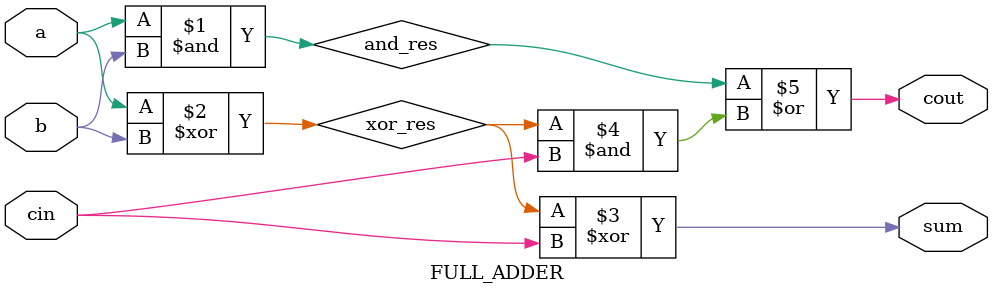
<source format=v>
module FULL_ADDER(
  input a,
  input b,
  input cin,
  output sum,
  output cout
);
  wire and_res = a & b;
  wire xor_res = a ^ b;
  assign sum = xor_res ^ cin;
  assign cout = and_res | (xor_res & cin);
endmodule

</source>
